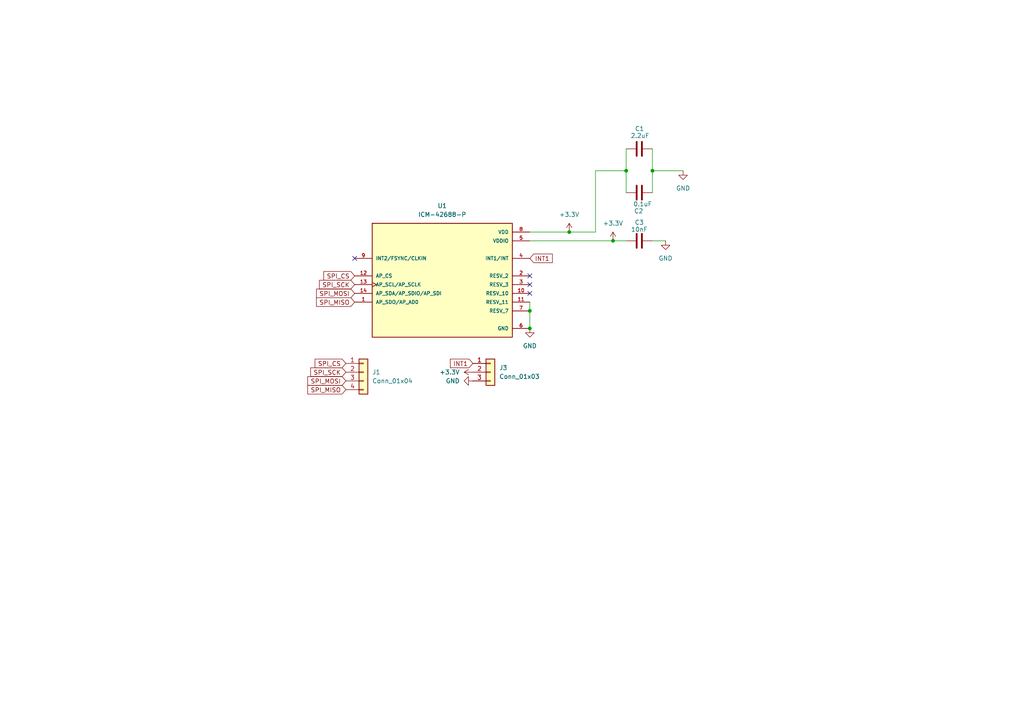
<source format=kicad_sch>
(kicad_sch (version 20231120) (generator "eeschema") (generator_version "8.0")
  (paper "A4")
  (lib_symbols
    (symbol "Connector_Generic:Conn_01x03" (pin_names (offset 1.016) hide)
      (property "Reference" "J" (at 0 5.08 0))
      (property "Value" "Conn_01x03" (at 0 -5.08 0))
      (symbol "Conn_01x03_1_1"
        (rectangle (start -1.27 -2.413) (end 0 -2.667) (stroke (width 0.1524)))
        (rectangle (start -1.27 0.127) (end 0 -0.127) (stroke (width 0.1524)))
        (rectangle (start -1.27 2.667) (end 0 2.413) (stroke (width 0.1524)))
        (rectangle (start -1.27 3.81) (end 1.27 -3.81) (stroke (width 0.254)) (fill (type background)))
        (pin passive line (at -5.08 2.54 0) (length 3.81) (name "Pin_1") (number "1"))
        (pin passive line (at -5.08 0 0) (length 3.81) (name "Pin_2") (number "2"))
        (pin passive line (at -5.08 -2.54 0) (length 3.81) (name "Pin_3") (number "3"))
      )
    )
    (symbol "Connector_Generic:Conn_01x04" (pin_names (offset 1.016) hide)
      (property "Reference" "J" (at 0 5.08 0))
      (property "Value" "Conn_01x04" (at 0 -7.62 0))
      (symbol "Conn_01x04_1_1"
        (rectangle (start -1.27 -4.953) (end 0 -5.207) (stroke (width 0.1524)))
        (rectangle (start -1.27 -2.413) (end 0 -2.667) (stroke (width 0.1524)))
        (rectangle (start -1.27 0.127) (end 0 -0.127) (stroke (width 0.1524)))
        (rectangle (start -1.27 2.667) (end 0 2.413) (stroke (width 0.1524)))
        (rectangle (start -1.27 3.81) (end 1.27 -6.35) (stroke (width 0.254)) (fill (type background)))
        (pin passive line (at -5.08 2.54 0) (length 3.81) (name "Pin_1") (number "1"))
        (pin passive line (at -5.08 0 0) (length 3.81) (name "Pin_2") (number "2"))
        (pin passive line (at -5.08 -2.54 0) (length 3.81) (name "Pin_3") (number "3"))
        (pin passive line (at -5.08 -5.08 0) (length 3.81) (name "Pin_4") (number "4"))
      )
    )
    (symbol "Device:C" (pin_numbers hide) (pin_names (offset 0.254))
      (property "Reference" "C" (at 0.635 2.54 0))
      (property "Value" "C" (at 0.635 -2.54 0))
      (symbol "C_0_1"
        (polyline (pts (xy -2.032 -0.762) (xy 2.032 -0.762)) (stroke (width 0.508)))
        (polyline (pts (xy -2.032 0.762) (xy 2.032 0.762)) (stroke (width 0.508)))
      )
      (symbol "C_1_1"
        (pin passive line (at 0 3.81 270) (length 2.794) (name "~") (number "1"))
        (pin passive line (at 0 -3.81 90) (length 2.794) (name "~") (number "2"))
      )
    )
    (symbol "ICM-42688-P:ICM-42688-P" (pin_names (offset 1.016))
      (property "Reference" "U" (at -20.32 16.002 0))
      (property "Value" "ICM-42688-P" (at -20.32 -20.32 0))
      (symbol "ICM-42688-P_0_0"
        (rectangle (start -20.32 -17.78) (end 20.32 15.24) (stroke (width 0.254)) (fill (type background)))
        (pin bidirectional line (at -25.4 -7.62 0) (length 5.08) (name "AP_SDO/AP_AD0") (number "1"))
        (pin passive line (at 25.4 -5.08 180) (length 5.08) (name "RESV_10") (number "10"))
        (pin passive line (at 25.4 -7.62 180) (length 5.08) (name "RESV_11") (number "11"))
        (pin input line (at -25.4 0 0) (length 5.08) (name "AP_CS") (number "12"))
        (pin input clock (at -25.4 -2.54 0) (length 5.08) (name "AP_SCL/AP_SCLK") (number "13"))
        (pin bidirectional line (at -25.4 -5.08 0) (length 5.08) (name "AP_SDA/AP_SDIO/AP_SDI") (number "14"))
        (pin passive line (at 25.4 0 180) (length 5.08) (name "RESV_2") (number "2"))
        (pin passive line (at 25.4 -2.54 180) (length 5.08) (name "RESV_3") (number "3"))
        (pin output line (at 25.4 5.08 180) (length 5.08) (name "INT1/INT") (number "4"))
        (pin power_in line (at 25.4 10.16 180) (length 5.08) (name "VDDIO") (number "5"))
        (pin power_in line (at 25.4 -15.24 180) (length 5.08) (name "GND") (number "6"))
        (pin passive line (at 25.4 -10.16 180) (length 5.08) (name "RESV_7") (number "7"))
        (pin power_in line (at 25.4 12.7 180) (length 5.08) (name "VDD") (number "8"))
        (pin bidirectional line (at -25.4 5.08 0) (length 5.08) (name "INT2/FSYNC/CLKIN") (number "9"))
      )
    )
    (symbol "power:+3.3V" (power) (pin_numbers hide) (pin_names (offset 0) hide)
      (property "Value" "+3.3V" (at 0 3.556 0))
      (symbol "+3.3V_0_1"
        (polyline (pts (xy -0.762 1.27) (xy 0 2.54)))
        (polyline (pts (xy 0 0) (xy 0 2.54)))
        (polyline (pts (xy 0 2.54) (xy 0.762 1.27)))
      )
      (symbol "+3.3V_1_1"
        (pin power_in line (at 0 0 90) (length 0) (name "~") (number "1"))
      )
    )
    (symbol "power:GND" (power) (pin_numbers hide) (pin_names (offset 0) hide)
      (property "Value" "GND" (at 0 -3.81 0))
      (symbol "GND_0_1"
        (polyline (pts (xy 0 0) (xy 0 -1.27) (xy 1.27 -1.27) (xy 0 -2.54) (xy -1.27 -1.27) (xy 0 -1.27)))
      )
      (symbol "GND_1_1"
        (pin power_in line (at 0 0 270) (length 0) (name "~") (number "1"))
      )
    )
  )
  (junction (at 153.67 95.25))
  (junction (at 153.67 90.17))
  (junction (at 177.8 69.85))
  (junction (at 189.23 49.53))
  (junction (at 165.1 67.31))
  (junction (at 181.61 49.53))
  (no_connect (at 102.87 74.93))
  (no_connect (at 153.67 85.09))
  (no_connect (at 153.67 80.01))
  (no_connect (at 153.67 82.55))
  (wire (pts (xy 189.23 69.85) (xy 193.04 69.85)))
  (wire (pts (xy 172.72 49.53) (xy 181.61 49.53)))
  (wire (pts (xy 153.67 87.63) (xy 153.67 90.17)))
  (wire (pts (xy 198.12 49.53) (xy 189.23 49.53)))
  (wire (pts (xy 172.72 49.53) (xy 172.72 67.31)))
  (wire (pts (xy 153.67 90.17) (xy 153.67 95.25)))
  (wire (pts (xy 181.61 43.18) (xy 181.61 49.53)))
  (wire (pts (xy 181.61 49.53) (xy 181.61 55.88)))
  (wire (pts (xy 189.23 49.53) (xy 189.23 43.18)))
  (wire (pts (xy 153.67 69.85) (xy 177.8 69.85)))
  (wire (pts (xy 177.8 69.85) (xy 181.61 69.85)))
  (wire (pts (xy 189.23 55.88) (xy 189.23 49.53)))
  (wire (pts (xy 153.67 67.31) (xy 165.1 67.31)))
  (wire (pts (xy 165.1 67.31) (xy 172.72 67.31)))
  (global_label "SPI_SCK" (shape input) (at 100.33 107.95 180) (property "Intersheetrefs" "${INTERSHEET_REFS}" (effects (hide yes))))
  (global_label "INT1" (shape input) (at 137.16 105.41 180) (property "Intersheetrefs" "${INTERSHEET_REFS}" (effects (hide yes))))
  (global_label "INT1" (shape input) (at 153.67 74.93 0) (property "Intersheetrefs" "${INTERSHEET_REFS}" (effects (hide yes))))
  (global_label "SPI_MOSI" (shape input) (at 100.33 110.49 180) (property "Intersheetrefs" "${INTERSHEET_REFS}" (effects (hide yes))))
  (global_label "SPI_MISO" (shape input) (at 102.87 87.63 180) (property "Intersheetrefs" "${INTERSHEET_REFS}" (effects (hide yes))))
  (global_label "SPI_CS" (shape input) (at 102.87 80.01 180) (property "Intersheetrefs" "${INTERSHEET_REFS}" (effects (hide yes))))
  (global_label "SPI_CS" (shape input) (at 100.33 105.41 180) (property "Intersheetrefs" "${INTERSHEET_REFS}" (effects (hide yes))))
  (global_label "SPI_SCK" (shape input) (at 102.87 82.55 180) (property "Intersheetrefs" "${INTERSHEET_REFS}" (effects (hide yes))))
  (global_label "SPI_MISO" (shape input) (at 100.33 113.03 180) (property "Intersheetrefs" "${INTERSHEET_REFS}" (effects (hide yes))))
  (global_label "SPI_MOSI" (shape input) (at 102.87 85.09 180) (property "Intersheetrefs" "${INTERSHEET_REFS}" (effects (hide yes))))
  (symbol (lib_id "power:+3.3V") (at 177.8 69.85 0) (unit 1)
    (property "Reference" "#PWR06" (effects (hide yes)))
    (property "Value" "+3.3V" (at 177.8 64.77 0))
    (property "Description" "Power symbol creates a global label with name \"+3.3V\"" (effects (hide yes)))
  )
  (symbol (lib_id "Device:C") (at 185.42 55.88 90) (unit 1)
    (property "Reference" "C2" (at 183.896 61.214 90) (effects (justify right)))
    (property "Value" "0.1uF" (at 183.642 59.182 90) (effects (justify right)))
    (property "Footprint" "Capacitor_SMD:C_0603_1608Metric" (effects (hide yes)))
    (property "Description" "Unpolarized capacitor" (effects (hide yes)))
  )
  (symbol (lib_id "power:GND") (at 198.12 49.53 0) (unit 1)
    (property "Reference" "#PWR04" (effects (hide yes)))
    (property "Value" "GND" (at 198.12 54.61 0))
    (property "Description" "Power symbol creates a global label with name \"GND\" , ground" (effects (hide yes)))
  )
  (symbol (lib_id "power:GND") (at 153.67 95.25 0) (unit 1)
    (property "Reference" "#PWR01" (effects (hide yes)))
    (property "Value" "GND" (at 153.67 100.33 0))
    (property "Description" "Power symbol creates a global label with name \"GND\" , ground" (effects (hide yes)))
  )
  (symbol (lib_id "power:GND") (at 193.04 69.85 0) (unit 1)
    (property "Reference" "#PWR02" (effects (hide yes)))
    (property "Value" "GND" (at 193.04 74.93 0))
    (property "Description" "Power symbol creates a global label with name \"GND\" , ground" (effects (hide yes)))
  )
  (symbol (lib_id "Connector_Generic:Conn_01x04") (at 105.41 107.95 0) (unit 1)
    (property "Reference" "J1" (at 107.95 107.9499 0) (effects (justify left)))
    (property "Value" "Conn_01x04" (at 107.95 110.4899 0) (effects (justify left)))
    (property "Footprint" "Connector:4_cable_pad" (effects (hide yes)))
    (property "Description" "Generic connector, single row, 01x04, script generated (kicad-library-utils/schlib/autogen/connector/)" (effects (hide yes)))
  )
  (symbol (lib_id "Connector_Generic:Conn_01x03") (at 142.24 107.95 0) (unit 1)
    (property "Reference" "J3" (at 144.78 106.6799 0) (effects (justify left)))
    (property "Value" "Conn_01x03" (at 144.78 109.2199 0) (effects (justify left)))
    (property "Footprint" "Connector:3_cable_pad" (effects (hide yes)))
    (property "Description" "Generic connector, single row, 01x03, script generated (kicad-library-utils/schlib/autogen/connector/)" (effects (hide yes)))
  )
  (symbol (lib_id "Device:C") (at 185.42 69.85 90) (unit 1)
    (property "Reference" "C3" (at 185.42 64.516 90))
    (property "Value" "10nF" (at 185.42 66.548 90))
    (property "Footprint" "Capacitor_SMD:C_0603_1608Metric" (effects (hide yes)))
    (property "Description" "Unpolarized capacitor" (effects (hide yes)))
  )
  (symbol (lib_id "power:GND") (at 137.16 110.49 270) (unit 1)
    (property "Reference" "#PWR07" (effects (hide yes)))
    (property "Value" "GND" (at 133.35 110.4899 90) (effects (justify right)))
    (property "Description" "Power symbol creates a global label with name \"GND\" , ground" (effects (hide yes)))
  )
  (symbol (lib_id "power:+3.3V") (at 137.16 107.95 90) (unit 1)
    (property "Reference" "#PWR05" (effects (hide yes)))
    (property "Value" "+3.3V" (at 133.35 107.9499 90) (effects (justify left)))
    (property "Description" "Power symbol creates a global label with name \"+3.3V\"" (effects (hide yes)))
  )
  (symbol (lib_id "power:+3.3V") (at 165.1 67.31 0) (unit 1)
    (property "Reference" "#PWR03" (effects (hide yes)))
    (property "Value" "+3.3V" (at 165.1 62.23 0))
    (property "Description" "Power symbol creates a global label with name \"+3.3V\"" (effects (hide yes)))
  )
  (symbol (lib_id "ICM-42688-P:ICM-42688-P") (at 128.27 80.01 0) (unit 1)
    (property "Reference" "U1" (at 128.27 59.69 0))
    (property "Value" "ICM-42688-P" (at 128.27 62.23 0))
    (property "Footprint" "ICM-42688-P:PQFN50P300X250X97-14N" (effects (hide yes)))
    (property "MF" "TDK InvenSense" (effects (hide yes)))
    (property "MAXIMUM_PACKAGE_HEIGHT" "0.97mm" (effects (hide yes)))
    (property "Package" "LGA-14 TDK InvenSense" (effects (hide yes)))
    (property "Price" "None" (effects (hide yes)))
    (property "Check_prices" "https://www.snapeda.com/parts/ICM-42688-P/TDK/view-part/?ref=eda" (effects (hide yes)))
    (property "STANDARD" "IPC-7351B" (effects (hide yes)))
    (property "PARTREV" "1.2" (effects (hide yes)))
    (property "SnapEDA_Link" "https://www.snapeda.com/parts/ICM-42688-P/TDK/view-part/?ref=snap" (effects (hide yes)))
    (property "MP" "ICM-42688-P" (effects (hide yes)))
    (property "Description_1" "\n                        \n                            Accelerometer, Gyroscope, 6 Axis Sensor - Output\n                        \n" (effects (hide yes)))
    (property "Availability" "In Stock" (effects (hide yes)))
    (property "MANUFACTURER" "TDK InvenSense" (effects (hide yes)))
  )
  (symbol (lib_id "Device:C") (at 185.42 43.18 270) (unit 1)
    (property "Reference" "C1" (at 184.15 37.338 90) (effects (justify left)))
    (property "Value" "2.2uF" (at 182.88 39.37 90) (effects (justify left)))
    (property "Footprint" "Capacitor_SMD:C_0603_1608Metric" (effects (hide yes)))
    (property "Description" "Unpolarized capacitor" (effects (hide yes)))
  )
)
</source>
